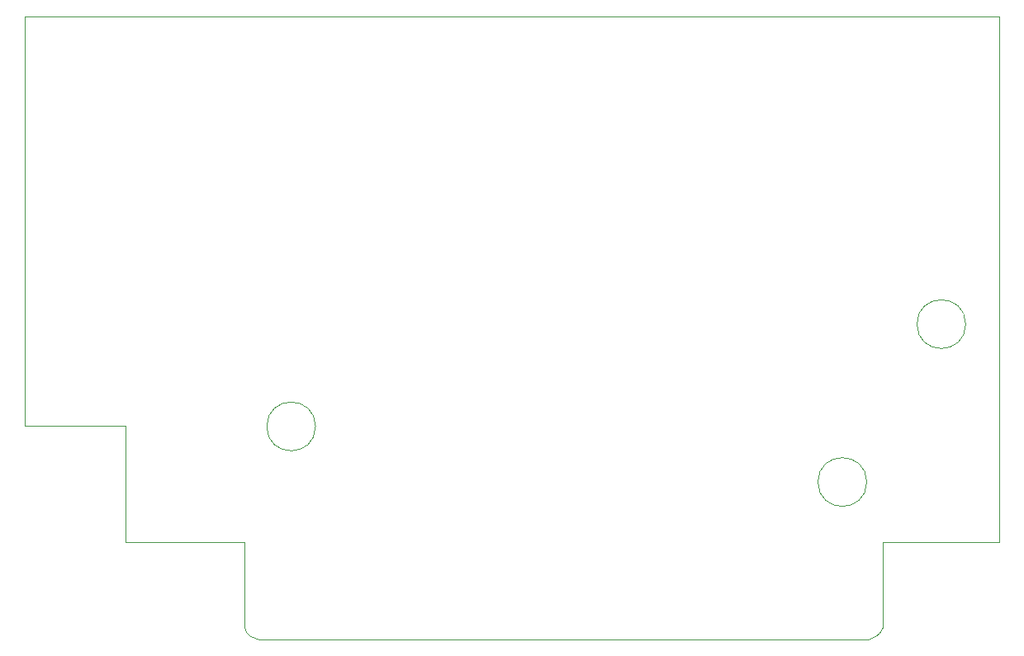
<source format=gbr>
%TF.GenerationSoftware,KiCad,Pcbnew,9.0.2*%
%TF.CreationDate,2025-09-06T01:51:39+01:00*%
%TF.ProjectId,msxpi,6d737870-692e-46b6-9963-61645f706362,1.1 Rev 1*%
%TF.SameCoordinates,Original*%
%TF.FileFunction,Profile,NP*%
%FSLAX46Y46*%
G04 Gerber Fmt 4.6, Leading zero omitted, Abs format (unit mm)*
G04 Created by KiCad (PCBNEW 9.0.2) date 2025-09-06 01:51:39*
%MOMM*%
%LPD*%
G01*
G04 APERTURE LIST*
%TA.AperFunction,Profile*%
%ADD10C,0.120000*%
%TD*%
G04 APERTURE END LIST*
D10*
%TO.C,J1*%
X195328000Y-104346000D02*
G75*
G02*
X190328000Y-104346000I-2500000J0D01*
G01*
X190328000Y-104346000D02*
G75*
G02*
X195328000Y-104346000I2500000J0D01*
G01*
X185178000Y-120546000D02*
G75*
G02*
X180178000Y-120546000I-2500000J0D01*
G01*
X180178000Y-120546000D02*
G75*
G02*
X185178000Y-120546000I2500000J0D01*
G01*
X128668000Y-114846000D02*
G75*
G02*
X123668000Y-114846000I-2500000J0D01*
G01*
X123668000Y-114846000D02*
G75*
G02*
X128668000Y-114846000I2500000J0D01*
G01*
X198778000Y-72746000D02*
X198778000Y-126734435D01*
X198778000Y-72746000D02*
X98878000Y-72746000D01*
X186858000Y-126734435D02*
X198778000Y-126734435D01*
X186858000Y-126734435D02*
X186858000Y-135437713D01*
X186475705Y-136020006D02*
X186858000Y-135437713D01*
X186072980Y-136390512D02*
X186475705Y-136020006D01*
X185328957Y-136736806D02*
X186072980Y-136390512D01*
X122935721Y-136736806D02*
X185328957Y-136736806D01*
X122012654Y-136387883D02*
X122935721Y-136736806D01*
X121559164Y-135955987D02*
X122012654Y-136387883D01*
X121408000Y-135437713D02*
X121559164Y-135955987D01*
X121408000Y-135437713D02*
X121408000Y-126734435D01*
X109168000Y-126734435D02*
X121408000Y-126734435D01*
X109168000Y-114746000D02*
X109168000Y-126734435D01*
X98878000Y-114746000D02*
X109168000Y-114746000D01*
X98878000Y-114746000D02*
X98878000Y-72746000D01*
%TD*%
M02*

</source>
